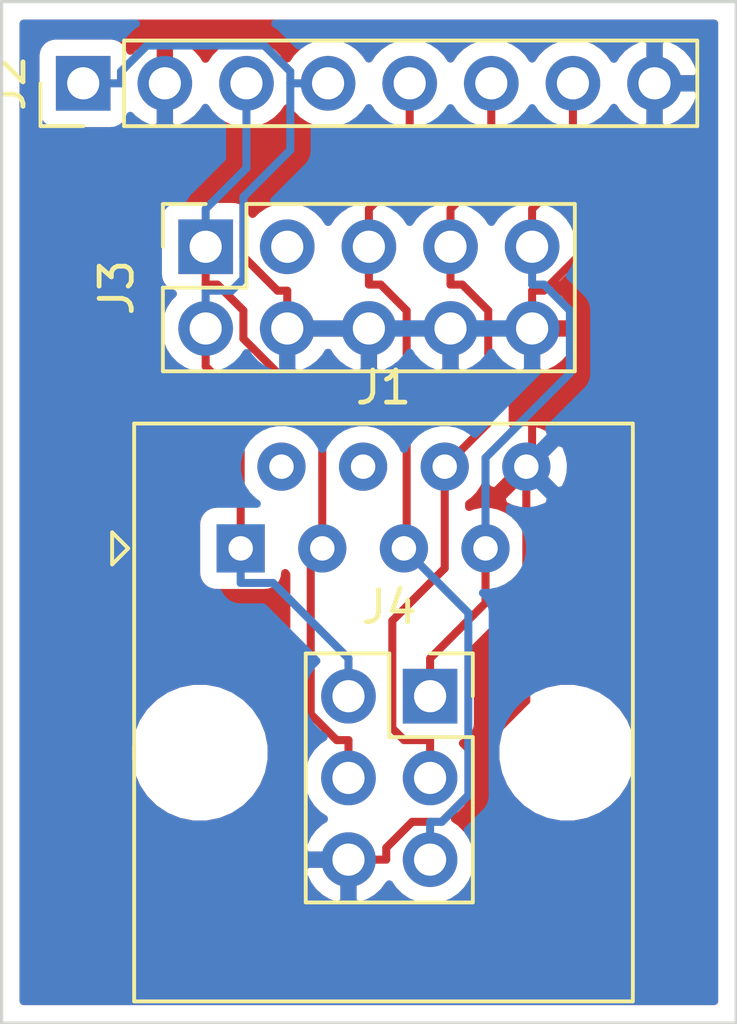
<source format=kicad_pcb>
(kicad_pcb (version 20171130) (host pcbnew "(5.1.10-1-10_14)")

  (general
    (thickness 1.6)
    (drawings 5)
    (tracks 96)
    (zones 0)
    (modules 4)
    (nets 11)
  )

  (page A4)
  (layers
    (0 F.Cu signal)
    (31 B.Cu signal)
    (32 B.Adhes user hide)
    (33 F.Adhes user hide)
    (34 B.Paste user hide)
    (35 F.Paste user hide)
    (36 B.SilkS user hide)
    (37 F.SilkS user hide)
    (38 B.Mask user hide)
    (39 F.Mask user hide)
    (40 Dwgs.User user hide)
    (41 Cmts.User user hide)
    (42 Eco1.User user hide)
    (43 Eco2.User user hide)
    (44 Edge.Cuts user)
    (45 Margin user hide)
    (46 B.CrtYd user hide)
    (47 F.CrtYd user hide)
    (48 B.Fab user hide)
    (49 F.Fab user)
  )

  (setup
    (last_trace_width 0.25)
    (trace_clearance 0.2)
    (zone_clearance 0.508)
    (zone_45_only no)
    (trace_min 0.2)
    (via_size 0.8)
    (via_drill 0.4)
    (via_min_size 0.4)
    (via_min_drill 0.3)
    (uvia_size 0.3)
    (uvia_drill 0.1)
    (uvias_allowed no)
    (uvia_min_size 0.2)
    (uvia_min_drill 0.1)
    (edge_width 0.05)
    (segment_width 0.2)
    (pcb_text_width 0.3)
    (pcb_text_size 1.5 1.5)
    (mod_edge_width 0.12)
    (mod_text_size 1 1)
    (mod_text_width 0.15)
    (pad_size 1.524 1.524)
    (pad_drill 0.762)
    (pad_to_mask_clearance 0)
    (aux_axis_origin 0 0)
    (visible_elements FFFFFF7F)
    (pcbplotparams
      (layerselection 0x010fc_ffffffff)
      (usegerberextensions false)
      (usegerberattributes true)
      (usegerberadvancedattributes true)
      (creategerberjobfile true)
      (excludeedgelayer true)
      (linewidth 0.100000)
      (plotframeref false)
      (viasonmask false)
      (mode 1)
      (useauxorigin false)
      (hpglpennumber 1)
      (hpglpenspeed 20)
      (hpglpendiameter 15.000000)
      (psnegative false)
      (psa4output false)
      (plotreference true)
      (plotvalue true)
      (plotinvisibletext false)
      (padsonsilk false)
      (subtractmaskfromsilk false)
      (outputformat 1)
      (mirror false)
      (drillshape 1)
      (scaleselection 1)
      (outputdirectory ""))
  )

  (net 0 "")
  (net 1 "Net-(J1-Pad8)")
  (net 2 "Net-(J1-Pad7)")
  (net 3 "Net-(J1-Pad6)")
  (net 4 "Net-(J1-Pad5)")
  (net 5 "Net-(J1-Pad4)")
  (net 6 "Net-(J1-Pad3)")
  (net 7 "Net-(J1-Pad2)")
  (net 8 "Net-(J1-Pad1)")
  (net 9 "Net-(J3-Pad10)")
  (net 10 "Net-(J3-Pad3)")

  (net_class Default "This is the default net class."
    (clearance 0.2)
    (trace_width 0.25)
    (via_dia 0.8)
    (via_drill 0.4)
    (uvia_dia 0.3)
    (uvia_drill 0.1)
    (add_net "Net-(J1-Pad1)")
    (add_net "Net-(J1-Pad2)")
    (add_net "Net-(J1-Pad3)")
    (add_net "Net-(J1-Pad4)")
    (add_net "Net-(J1-Pad5)")
    (add_net "Net-(J1-Pad6)")
    (add_net "Net-(J1-Pad7)")
    (add_net "Net-(J1-Pad8)")
    (add_net "Net-(J3-Pad3)")
  )

  (module Connector_PinSocket_2.54mm:PinSocket_2x03_P2.54mm_Vertical (layer F.Cu) (tedit 5A19A425) (tstamp 60DA23DC)
    (at 31.115 38.1)
    (descr "Through hole straight socket strip, 2x03, 2.54mm pitch, double cols (from Kicad 4.0.7), script generated")
    (tags "Through hole socket strip THT 2x03 2.54mm double row")
    (path /60D9171D)
    (fp_text reference J4 (at -1.27 -2.77) (layer F.SilkS)
      (effects (font (size 1 1) (thickness 0.15)))
    )
    (fp_text value CONN_03X2 (at -1.27 7.85) (layer F.Fab) hide
      (effects (font (size 1 1) (thickness 0.15)))
    )
    (fp_line (start -4.34 6.85) (end -4.34 -1.8) (layer F.CrtYd) (width 0.05))
    (fp_line (start 1.76 6.85) (end -4.34 6.85) (layer F.CrtYd) (width 0.05))
    (fp_line (start 1.76 -1.8) (end 1.76 6.85) (layer F.CrtYd) (width 0.05))
    (fp_line (start -4.34 -1.8) (end 1.76 -1.8) (layer F.CrtYd) (width 0.05))
    (fp_line (start 0 -1.33) (end 1.33 -1.33) (layer F.SilkS) (width 0.12))
    (fp_line (start 1.33 -1.33) (end 1.33 0) (layer F.SilkS) (width 0.12))
    (fp_line (start -1.27 -1.33) (end -1.27 1.27) (layer F.SilkS) (width 0.12))
    (fp_line (start -1.27 1.27) (end 1.33 1.27) (layer F.SilkS) (width 0.12))
    (fp_line (start 1.33 1.27) (end 1.33 6.41) (layer F.SilkS) (width 0.12))
    (fp_line (start -3.87 6.41) (end 1.33 6.41) (layer F.SilkS) (width 0.12))
    (fp_line (start -3.87 -1.33) (end -3.87 6.41) (layer F.SilkS) (width 0.12))
    (fp_line (start -3.87 -1.33) (end -1.27 -1.33) (layer F.SilkS) (width 0.12))
    (fp_line (start -3.81 6.35) (end -3.81 -1.27) (layer F.Fab) (width 0.1))
    (fp_line (start 1.27 6.35) (end -3.81 6.35) (layer F.Fab) (width 0.1))
    (fp_line (start 1.27 -0.27) (end 1.27 6.35) (layer F.Fab) (width 0.1))
    (fp_line (start 0.27 -1.27) (end 1.27 -0.27) (layer F.Fab) (width 0.1))
    (fp_line (start -3.81 -1.27) (end 0.27 -1.27) (layer F.Fab) (width 0.1))
    (fp_text user %R (at -1.27 2.54 90) (layer F.Fab)
      (effects (font (size 1 1) (thickness 0.15)))
    )
    (pad 6 thru_hole oval (at -2.54 5.08) (size 1.7 1.7) (drill 1) (layers *.Cu *.Mask)
      (net 1 "Net-(J1-Pad8)"))
    (pad 5 thru_hole oval (at 0 5.08) (size 1.7 1.7) (drill 1) (layers *.Cu *.Mask)
      (net 4 "Net-(J1-Pad5)"))
    (pad 4 thru_hole oval (at -2.54 2.54) (size 1.7 1.7) (drill 1) (layers *.Cu *.Mask)
      (net 6 "Net-(J1-Pad3)"))
    (pad 3 thru_hole oval (at 0 2.54) (size 1.7 1.7) (drill 1) (layers *.Cu *.Mask)
      (net 3 "Net-(J1-Pad6)"))
    (pad 2 thru_hole oval (at -2.54 0) (size 1.7 1.7) (drill 1) (layers *.Cu *.Mask)
      (net 8 "Net-(J1-Pad1)"))
    (pad 1 thru_hole rect (at 0 0) (size 1.7 1.7) (drill 1) (layers *.Cu *.Mask)
      (net 2 "Net-(J1-Pad7)"))
    (model ${KISYS3DMOD}/Connector_PinSocket_2.54mm.3dshapes/PinSocket_2x03_P2.54mm_Vertical.wrl
      (at (xyz 0 0 0))
      (scale (xyz 1 1 1))
      (rotate (xyz 0 0 0))
    )
  )

  (module Connector_PinSocket_2.54mm:PinSocket_2x05_P2.54mm_Vertical (layer F.Cu) (tedit 5A19A42B) (tstamp 60DA208A)
    (at 24.13 24.13 90)
    (descr "Through hole straight socket strip, 2x05, 2.54mm pitch, double cols (from Kicad 4.0.7), script generated")
    (tags "Through hole socket strip THT 2x05 2.54mm double row")
    (path /60E22126)
    (fp_text reference J3 (at -1.27 -2.77 90) (layer F.SilkS)
      (effects (font (size 1 1) (thickness 0.15)))
    )
    (fp_text value Conn_02x05_Top_Bottom (at -1.27 12.93 90) (layer F.Fab) hide
      (effects (font (size 1 1) (thickness 0.15)))
    )
    (fp_line (start -4.34 11.9) (end -4.34 -1.8) (layer F.CrtYd) (width 0.05))
    (fp_line (start 1.76 11.9) (end -4.34 11.9) (layer F.CrtYd) (width 0.05))
    (fp_line (start 1.76 -1.8) (end 1.76 11.9) (layer F.CrtYd) (width 0.05))
    (fp_line (start -4.34 -1.8) (end 1.76 -1.8) (layer F.CrtYd) (width 0.05))
    (fp_line (start 0 -1.33) (end 1.33 -1.33) (layer F.SilkS) (width 0.12))
    (fp_line (start 1.33 -1.33) (end 1.33 0) (layer F.SilkS) (width 0.12))
    (fp_line (start -1.27 -1.33) (end -1.27 1.27) (layer F.SilkS) (width 0.12))
    (fp_line (start -1.27 1.27) (end 1.33 1.27) (layer F.SilkS) (width 0.12))
    (fp_line (start 1.33 1.27) (end 1.33 11.49) (layer F.SilkS) (width 0.12))
    (fp_line (start -3.87 11.49) (end 1.33 11.49) (layer F.SilkS) (width 0.12))
    (fp_line (start -3.87 -1.33) (end -3.87 11.49) (layer F.SilkS) (width 0.12))
    (fp_line (start -3.87 -1.33) (end -1.27 -1.33) (layer F.SilkS) (width 0.12))
    (fp_line (start -3.81 11.43) (end -3.81 -1.27) (layer F.Fab) (width 0.1))
    (fp_line (start 1.27 11.43) (end -3.81 11.43) (layer F.Fab) (width 0.1))
    (fp_line (start 1.27 -0.27) (end 1.27 11.43) (layer F.Fab) (width 0.1))
    (fp_line (start 0.27 -1.27) (end 1.27 -0.27) (layer F.Fab) (width 0.1))
    (fp_line (start -3.81 -1.27) (end 0.27 -1.27) (layer F.Fab) (width 0.1))
    (fp_text user %R (at -1.27 5.08) (layer F.Fab)
      (effects (font (size 1 1) (thickness 0.15)))
    )
    (pad 10 thru_hole oval (at -2.54 10.16 90) (size 1.7 1.7) (drill 1) (layers *.Cu *.Mask)
      (net 1 "Net-(J1-Pad8)"))
    (pad 9 thru_hole oval (at 0 10.16 90) (size 1.7 1.7) (drill 1) (layers *.Cu *.Mask)
      (net 2 "Net-(J1-Pad7)"))
    (pad 8 thru_hole oval (at -2.54 7.62 90) (size 1.7 1.7) (drill 1) (layers *.Cu *.Mask)
      (net 1 "Net-(J1-Pad8)"))
    (pad 7 thru_hole oval (at 0 7.62 90) (size 1.7 1.7) (drill 1) (layers *.Cu *.Mask)
      (net 3 "Net-(J1-Pad6)"))
    (pad 6 thru_hole oval (at -2.54 5.08 90) (size 1.7 1.7) (drill 1) (layers *.Cu *.Mask)
      (net 1 "Net-(J1-Pad8)"))
    (pad 5 thru_hole oval (at 0 5.08 90) (size 1.7 1.7) (drill 1) (layers *.Cu *.Mask)
      (net 4 "Net-(J1-Pad5)"))
    (pad 4 thru_hole oval (at -2.54 2.54 90) (size 1.7 1.7) (drill 1) (layers *.Cu *.Mask)
      (net 1 "Net-(J1-Pad8)"))
    (pad 3 thru_hole oval (at 0 2.54 90) (size 1.7 1.7) (drill 1) (layers *.Cu *.Mask)
      (net 10 "Net-(J3-Pad3)"))
    (pad 2 thru_hole oval (at -2.54 0 90) (size 1.7 1.7) (drill 1) (layers *.Cu *.Mask)
      (net 8 "Net-(J1-Pad1)"))
    (pad 1 thru_hole rect (at 0 0 90) (size 1.7 1.7) (drill 1) (layers *.Cu *.Mask)
      (net 6 "Net-(J1-Pad3)"))
    (model ${KISYS3DMOD}/Connector_PinSocket_2.54mm.3dshapes/PinSocket_2x05_P2.54mm_Vertical.wrl
      (at (xyz 0 0 0))
      (scale (xyz 1 1 1))
      (rotate (xyz 0 0 0))
    )
  )

  (module Connector_PinHeader_2.54mm:PinHeader_1x08_P2.54mm_Vertical (layer F.Cu) (tedit 59FED5CC) (tstamp 60DA2336)
    (at 20.32 19.05 90)
    (descr "Through hole straight pin header, 1x08, 2.54mm pitch, single row")
    (tags "Through hole pin header THT 1x08 2.54mm single row")
    (path /60D86A71)
    (fp_text reference J2 (at 0 -2.33 90) (layer F.SilkS)
      (effects (font (size 1 1) (thickness 0.15)))
    )
    (fp_text value CONN_08BM08B-SRSS-TB (at 0 20.11 90) (layer F.Fab) hide
      (effects (font (size 1 1) (thickness 0.15)))
    )
    (fp_line (start 1.8 -1.8) (end -1.8 -1.8) (layer F.CrtYd) (width 0.05))
    (fp_line (start 1.8 19.55) (end 1.8 -1.8) (layer F.CrtYd) (width 0.05))
    (fp_line (start -1.8 19.55) (end 1.8 19.55) (layer F.CrtYd) (width 0.05))
    (fp_line (start -1.8 -1.8) (end -1.8 19.55) (layer F.CrtYd) (width 0.05))
    (fp_line (start -1.33 -1.33) (end 0 -1.33) (layer F.SilkS) (width 0.12))
    (fp_line (start -1.33 0) (end -1.33 -1.33) (layer F.SilkS) (width 0.12))
    (fp_line (start -1.33 1.27) (end 1.33 1.27) (layer F.SilkS) (width 0.12))
    (fp_line (start 1.33 1.27) (end 1.33 19.11) (layer F.SilkS) (width 0.12))
    (fp_line (start -1.33 1.27) (end -1.33 19.11) (layer F.SilkS) (width 0.12))
    (fp_line (start -1.33 19.11) (end 1.33 19.11) (layer F.SilkS) (width 0.12))
    (fp_line (start -1.27 -0.635) (end -0.635 -1.27) (layer F.Fab) (width 0.1))
    (fp_line (start -1.27 19.05) (end -1.27 -0.635) (layer F.Fab) (width 0.1))
    (fp_line (start 1.27 19.05) (end -1.27 19.05) (layer F.Fab) (width 0.1))
    (fp_line (start 1.27 -1.27) (end 1.27 19.05) (layer F.Fab) (width 0.1))
    (fp_line (start -0.635 -1.27) (end 1.27 -1.27) (layer F.Fab) (width 0.1))
    (fp_text user %R (at 0 8.89) (layer F.Fab)
      (effects (font (size 1 1) (thickness 0.15)))
    )
    (pad 8 thru_hole oval (at 0 17.78 90) (size 1.7 1.7) (drill 1) (layers *.Cu *.Mask)
      (net 1 "Net-(J1-Pad8)"))
    (pad 7 thru_hole oval (at 0 15.24 90) (size 1.7 1.7) (drill 1) (layers *.Cu *.Mask)
      (net 2 "Net-(J1-Pad7)"))
    (pad 6 thru_hole oval (at 0 12.7 90) (size 1.7 1.7) (drill 1) (layers *.Cu *.Mask)
      (net 3 "Net-(J1-Pad6)"))
    (pad 5 thru_hole oval (at 0 10.16 90) (size 1.7 1.7) (drill 1) (layers *.Cu *.Mask)
      (net 4 "Net-(J1-Pad5)"))
    (pad 4 thru_hole oval (at 0 7.62 90) (size 1.7 1.7) (drill 1) (layers *.Cu *.Mask)
      (net 8 "Net-(J1-Pad1)"))
    (pad 3 thru_hole oval (at 0 5.08 90) (size 1.7 1.7) (drill 1) (layers *.Cu *.Mask)
      (net 6 "Net-(J1-Pad3)"))
    (pad 2 thru_hole oval (at 0 2.54 90) (size 1.7 1.7) (drill 1) (layers *.Cu *.Mask)
      (net 1 "Net-(J1-Pad8)"))
    (pad 1 thru_hole rect (at 0 0 90) (size 1.7 1.7) (drill 1) (layers *.Cu *.Mask)
      (net 8 "Net-(J1-Pad1)"))
    (model ${KISYS3DMOD}/Connector_PinHeader_2.54mm.3dshapes/PinHeader_1x08_P2.54mm_Vertical.wrl
      (at (xyz 0 0 0))
      (scale (xyz 1 1 1))
      (rotate (xyz 0 0 0))
    )
  )

  (module Connector_RJ:RJ45_Amphenol_54602-x08_Horizontal (layer F.Cu) (tedit 5B103613) (tstamp 60DA29FB)
    (at 25.22 33.505)
    (descr "8 Pol Shallow Latch Connector, Modjack, RJ45 (https://cdn.amphenol-icc.com/media/wysiwyg/files/drawing/c-bmj-0102.pdf)")
    (tags RJ45)
    (path /60D61FD8)
    (fp_text reference J1 (at 4.445 -5) (layer F.SilkS)
      (effects (font (size 1 1) (thickness 0.15)))
    )
    (fp_text value RJ45-8 (at 4.445 4) (layer F.Fab)
      (effects (font (size 1 1) (thickness 0.15)))
    )
    (fp_line (start 12.6 14.47) (end -3.71 14.47) (layer F.CrtYd) (width 0.05))
    (fp_line (start 12.6 14.47) (end 12.6 -4.27) (layer F.CrtYd) (width 0.05))
    (fp_line (start -3.71 -4.27) (end -3.71 14.47) (layer F.CrtYd) (width 0.05))
    (fp_line (start -3.71 -4.27) (end 12.6 -4.27) (layer F.CrtYd) (width 0.05))
    (fp_line (start -3.315 -3.88) (end -3.315 14.08) (layer F.SilkS) (width 0.12))
    (fp_line (start 12.205 -3.88) (end -3.315 -3.88) (layer F.SilkS) (width 0.12))
    (fp_line (start 12.205 -3.88) (end 12.205 14.08) (layer F.SilkS) (width 0.12))
    (fp_line (start -3.315 14.08) (end 12.205 14.08) (layer F.SilkS) (width 0.12))
    (fp_line (start -3.205 -2.77) (end -2.205 -3.77) (layer F.Fab) (width 0.12))
    (fp_line (start -2.205 -3.77) (end 12.095 -3.77) (layer F.Fab) (width 0.12))
    (fp_line (start 12.095 -3.77) (end 12.095 13.97) (layer F.Fab) (width 0.12))
    (fp_line (start 12.095 13.97) (end -3.205 13.97) (layer F.Fab) (width 0.12))
    (fp_line (start -3.205 13.97) (end -3.205 -2.77) (layer F.Fab) (width 0.12))
    (fp_line (start -3.5 0) (end -4 -0.5) (layer F.SilkS) (width 0.12))
    (fp_line (start -4 -0.5) (end -4 0.5) (layer F.SilkS) (width 0.12))
    (fp_line (start -4 0.5) (end -3.5 0) (layer F.SilkS) (width 0.12))
    (fp_text user %R (at 4.445 2) (layer F.Fab)
      (effects (font (size 1 1) (thickness 0.15)))
    )
    (pad 8 thru_hole circle (at 8.89 -2.54) (size 1.5 1.5) (drill 0.76) (layers *.Cu *.Mask)
      (net 1 "Net-(J1-Pad8)"))
    (pad 7 thru_hole circle (at 7.62 0) (size 1.5 1.5) (drill 0.76) (layers *.Cu *.Mask)
      (net 2 "Net-(J1-Pad7)"))
    (pad 6 thru_hole circle (at 6.35 -2.54) (size 1.5 1.5) (drill 0.76) (layers *.Cu *.Mask)
      (net 3 "Net-(J1-Pad6)"))
    (pad 5 thru_hole circle (at 5.08 0) (size 1.5 1.5) (drill 0.76) (layers *.Cu *.Mask)
      (net 4 "Net-(J1-Pad5)"))
    (pad 4 thru_hole circle (at 3.81 -2.54) (size 1.5 1.5) (drill 0.76) (layers *.Cu *.Mask)
      (net 5 "Net-(J1-Pad4)"))
    (pad 3 thru_hole circle (at 2.54 0) (size 1.5 1.5) (drill 0.76) (layers *.Cu *.Mask)
      (net 6 "Net-(J1-Pad3)"))
    (pad 2 thru_hole circle (at 1.27 -2.54) (size 1.5 1.5) (drill 0.76) (layers *.Cu *.Mask)
      (net 7 "Net-(J1-Pad2)"))
    (pad 1 thru_hole rect (at 0 0) (size 1.5 1.5) (drill 0.76) (layers *.Cu *.Mask)
      (net 8 "Net-(J1-Pad1)"))
    (pad "" np_thru_hole circle (at -1.27 6.35) (size 3.2 3.2) (drill 3.2) (layers *.Cu *.Mask))
    (pad "" np_thru_hole circle (at 10.16 6.35) (size 3.2 3.2) (drill 3.2) (layers *.Cu *.Mask))
    (model ${KISYS3DMOD}/Connector_RJ.3dshapes/RJ45_Amphenol_54602-x08_Horizontal.wrl
      (at (xyz 0 0 0))
      (scale (xyz 1 1 1))
      (rotate (xyz 0 0 0))
    )
  )

  (gr_text "1 VCC\n2 N/C\n3 MOSI\n4 N/C\n5 RESET\n6 SCK\n7 MISO\n8 GND" (at 18.415 25.4) (layer F.Fab)
    (effects (font (size 0.7 0.7) (thickness 0.075)) (justify left))
  )
  (gr_line (start 40.64 16.51) (end 40.64 48.26) (layer Edge.Cuts) (width 0.1))
  (gr_line (start 17.78 16.51) (end 40.64 16.51) (layer Edge.Cuts) (width 0.1))
  (gr_line (start 17.78 48.26) (end 17.78 16.51) (layer Edge.Cuts) (width 0.1))
  (gr_line (start 40.64 48.26) (end 17.78 48.26) (layer Edge.Cuts) (width 0.1))

  (segment (start 22.86 19.05) (end 22.86 20.2253) (width 0.25) (layer F.Cu) (net 1))
  (segment (start 26.67 26.67) (end 26.67 25.4947) (width 0.25) (layer F.Cu) (net 1))
  (segment (start 26.67 25.4947) (end 26.3671 25.4947) (width 0.25) (layer F.Cu) (net 1))
  (segment (start 26.3671 25.4947) (end 25.3054 24.433) (width 0.25) (layer F.Cu) (net 1))
  (segment (start 25.3054 24.433) (end 25.3054 22.6707) (width 0.25) (layer F.Cu) (net 1))
  (segment (start 25.3054 22.6707) (end 22.86 20.2253) (width 0.25) (layer F.Cu) (net 1))
  (segment (start 34.11 30.965) (end 34.11 38.24) (width 0.25) (layer F.Cu) (net 1))
  (segment (start 34.11 38.24) (end 32.3447 40.0053) (width 0.25) (layer F.Cu) (net 1))
  (segment (start 32.3447 40.0053) (end 32.3447 41.1384) (width 0.25) (layer F.Cu) (net 1))
  (segment (start 32.3447 41.1384) (end 31.4784 42.0047) (width 0.25) (layer F.Cu) (net 1))
  (segment (start 31.4784 42.0047) (end 30.5582 42.0047) (width 0.25) (layer F.Cu) (net 1))
  (segment (start 30.5582 42.0047) (end 29.7503 42.8126) (width 0.25) (layer F.Cu) (net 1))
  (segment (start 29.7503 42.8126) (end 29.7503 43.18) (width 0.25) (layer F.Cu) (net 1))
  (segment (start 34.29 26.67) (end 34.29 30.785) (width 0.25) (layer F.Cu) (net 1))
  (segment (start 34.29 30.785) (end 34.11 30.965) (width 0.25) (layer F.Cu) (net 1))
  (segment (start 28.575 43.18) (end 29.7503 43.18) (width 0.25) (layer F.Cu) (net 1))
  (segment (start 31.75 26.67) (end 34.29 26.67) (width 0.25) (layer B.Cu) (net 1))
  (segment (start 29.21 26.67) (end 31.75 26.67) (width 0.25) (layer B.Cu) (net 1))
  (segment (start 26.67 26.67) (end 29.21 26.67) (width 0.25) (layer B.Cu) (net 1))
  (segment (start 34.29 26.67) (end 34.29 25.4947) (width 0.25) (layer F.Cu) (net 1))
  (segment (start 38.1 19.05) (end 38.1 22.052) (width 0.25) (layer F.Cu) (net 1))
  (segment (start 38.1 22.052) (end 34.6573 25.4947) (width 0.25) (layer F.Cu) (net 1))
  (segment (start 34.6573 25.4947) (end 34.29 25.4947) (width 0.25) (layer F.Cu) (net 1))
  (segment (start 34.29 24.13) (end 34.29 25.3053) (width 0.25) (layer B.Cu) (net 2))
  (segment (start 32.84 33.505) (end 32.84 30.6886) (width 0.25) (layer B.Cu) (net 2))
  (segment (start 32.84 30.6886) (end 35.4653 28.0633) (width 0.25) (layer B.Cu) (net 2))
  (segment (start 35.4653 28.0633) (end 35.4653 26.1132) (width 0.25) (layer B.Cu) (net 2))
  (segment (start 35.4653 26.1132) (end 34.6574 25.3053) (width 0.25) (layer B.Cu) (net 2))
  (segment (start 34.6574 25.3053) (end 34.29 25.3053) (width 0.25) (layer B.Cu) (net 2))
  (segment (start 34.29 24.13) (end 34.29 22.9547) (width 0.25) (layer F.Cu) (net 2))
  (segment (start 35.56 19.05) (end 35.56 21.6847) (width 0.25) (layer F.Cu) (net 2))
  (segment (start 35.56 21.6847) (end 34.29 22.9547) (width 0.25) (layer F.Cu) (net 2))
  (segment (start 31.115 38.1) (end 31.115 36.9247) (width 0.25) (layer F.Cu) (net 2))
  (segment (start 32.84 33.505) (end 32.84 35.1997) (width 0.25) (layer F.Cu) (net 2))
  (segment (start 32.84 35.1997) (end 31.115 36.9247) (width 0.25) (layer F.Cu) (net 2))
  (segment (start 31.57 30.965) (end 31.57 34.1221) (width 0.25) (layer F.Cu) (net 3))
  (segment (start 31.57 34.1221) (end 29.9397 35.7524) (width 0.25) (layer F.Cu) (net 3))
  (segment (start 29.9397 35.7524) (end 29.9397 39.0975) (width 0.25) (layer F.Cu) (net 3))
  (segment (start 29.9397 39.0975) (end 30.3069 39.4647) (width 0.25) (layer F.Cu) (net 3))
  (segment (start 30.3069 39.4647) (end 31.115 39.4647) (width 0.25) (layer F.Cu) (net 3))
  (segment (start 31.75 25.3053) (end 32.1174 25.3053) (width 0.25) (layer F.Cu) (net 3))
  (segment (start 32.1174 25.3053) (end 32.9253 26.1132) (width 0.25) (layer F.Cu) (net 3))
  (segment (start 32.9253 26.1132) (end 32.9253 29.6097) (width 0.25) (layer F.Cu) (net 3))
  (segment (start 32.9253 29.6097) (end 31.57 30.965) (width 0.25) (layer F.Cu) (net 3))
  (segment (start 31.115 40.64) (end 31.115 39.4647) (width 0.25) (layer F.Cu) (net 3))
  (segment (start 31.75 24.13) (end 31.75 22.9547) (width 0.25) (layer F.Cu) (net 3))
  (segment (start 33.02 19.05) (end 33.02 21.6847) (width 0.25) (layer F.Cu) (net 3))
  (segment (start 33.02 21.6847) (end 31.75 22.9547) (width 0.25) (layer F.Cu) (net 3))
  (segment (start 31.75 24.13) (end 31.75 25.3053) (width 0.25) (layer F.Cu) (net 3))
  (segment (start 31.115 43.18) (end 31.115 42.0047) (width 0.25) (layer B.Cu) (net 4))
  (segment (start 30.3 33.505) (end 32.3052 35.5102) (width 0.25) (layer B.Cu) (net 4))
  (segment (start 32.3052 35.5102) (end 32.3052 41.1798) (width 0.25) (layer B.Cu) (net 4))
  (segment (start 32.3052 41.1798) (end 31.4803 42.0047) (width 0.25) (layer B.Cu) (net 4))
  (segment (start 31.4803 42.0047) (end 31.115 42.0047) (width 0.25) (layer B.Cu) (net 4))
  (segment (start 29.21 24.13) (end 29.21 22.9547) (width 0.25) (layer F.Cu) (net 4))
  (segment (start 30.48 19.05) (end 30.48 21.6847) (width 0.25) (layer F.Cu) (net 4))
  (segment (start 30.48 21.6847) (end 29.21 22.9547) (width 0.25) (layer F.Cu) (net 4))
  (segment (start 29.21 24.13) (end 29.21 25.3053) (width 0.25) (layer F.Cu) (net 4))
  (segment (start 30.3 33.505) (end 30.3853 33.4197) (width 0.25) (layer F.Cu) (net 4))
  (segment (start 30.3853 33.4197) (end 30.3853 26.1132) (width 0.25) (layer F.Cu) (net 4))
  (segment (start 30.3853 26.1132) (end 29.5774 25.3053) (width 0.25) (layer F.Cu) (net 4))
  (segment (start 29.5774 25.3053) (end 29.21 25.3053) (width 0.25) (layer F.Cu) (net 4))
  (segment (start 24.13 24.13) (end 24.13 25.3053) (width 0.25) (layer F.Cu) (net 6))
  (segment (start 24.13 25.3053) (end 24.4974 25.3053) (width 0.25) (layer F.Cu) (net 6))
  (segment (start 24.4974 25.3053) (end 25.3053 26.1132) (width 0.25) (layer F.Cu) (net 6))
  (segment (start 25.3053 26.1132) (end 25.3053 26.9876) (width 0.25) (layer F.Cu) (net 6))
  (segment (start 25.3053 26.9876) (end 27.76 29.4423) (width 0.25) (layer F.Cu) (net 6))
  (segment (start 27.76 29.4423) (end 27.76 33.505) (width 0.25) (layer F.Cu) (net 6))
  (segment (start 24.13 24.13) (end 24.13 22.9547) (width 0.25) (layer B.Cu) (net 6))
  (segment (start 25.4 19.05) (end 25.4 21.6847) (width 0.25) (layer B.Cu) (net 6))
  (segment (start 25.4 21.6847) (end 24.13 22.9547) (width 0.25) (layer B.Cu) (net 6))
  (segment (start 28.575 40.64) (end 28.575 39.4647) (width 0.25) (layer F.Cu) (net 6))
  (segment (start 27.76 33.505) (end 27.3997 33.8653) (width 0.25) (layer F.Cu) (net 6))
  (segment (start 27.3997 33.8653) (end 27.3997 38.6568) (width 0.25) (layer F.Cu) (net 6))
  (segment (start 27.3997 38.6568) (end 28.2076 39.4647) (width 0.25) (layer F.Cu) (net 6))
  (segment (start 28.2076 39.4647) (end 28.575 39.4647) (width 0.25) (layer F.Cu) (net 6))
  (segment (start 24.13 26.67) (end 24.13 25.4947) (width 0.25) (layer B.Cu) (net 8))
  (segment (start 24.13 25.4947) (end 24.9381 25.4947) (width 0.25) (layer B.Cu) (net 8))
  (segment (start 24.9381 25.4947) (end 25.3053 25.1275) (width 0.25) (layer B.Cu) (net 8))
  (segment (start 25.3053 25.1275) (end 25.3053 22.5818) (width 0.25) (layer B.Cu) (net 8))
  (segment (start 25.3053 22.5818) (end 26.7647 21.1224) (width 0.25) (layer B.Cu) (net 8))
  (segment (start 26.7647 21.1224) (end 26.7647 19.05) (width 0.25) (layer B.Cu) (net 8))
  (segment (start 25.22 33.505) (end 25.22 34.5803) (width 0.25) (layer B.Cu) (net 8))
  (segment (start 28.575 38.1) (end 28.575 36.9247) (width 0.25) (layer B.Cu) (net 8))
  (segment (start 25.22 34.5803) (end 26.2306 34.5803) (width 0.25) (layer B.Cu) (net 8))
  (segment (start 26.2306 34.5803) (end 28.575 36.9247) (width 0.25) (layer B.Cu) (net 8))
  (segment (start 27.94 19.05) (end 26.7647 19.05) (width 0.25) (layer B.Cu) (net 8))
  (segment (start 20.32 19.05) (end 21.4953 19.05) (width 0.25) (layer B.Cu) (net 8))
  (segment (start 21.4953 19.05) (end 21.4953 18.6827) (width 0.25) (layer B.Cu) (net 8))
  (segment (start 21.4953 18.6827) (end 22.3033 17.8747) (width 0.25) (layer B.Cu) (net 8))
  (segment (start 22.3033 17.8747) (end 25.9568 17.8747) (width 0.25) (layer B.Cu) (net 8))
  (segment (start 25.9568 17.8747) (end 26.7647 18.6826) (width 0.25) (layer B.Cu) (net 8))
  (segment (start 26.7647 18.6826) (end 26.7647 19.05) (width 0.25) (layer B.Cu) (net 8))
  (segment (start 24.13 26.67) (end 24.13 27.8453) (width 0.25) (layer F.Cu) (net 8))
  (segment (start 25.22 33.505) (end 25.22 28.9353) (width 0.25) (layer F.Cu) (net 8))
  (segment (start 25.22 28.9353) (end 24.13 27.8453) (width 0.25) (layer F.Cu) (net 8))

  (zone (net 9) (net_name "Net-(J3-Pad10)") (layer F.Cu) (tstamp 60D944EB) (hatch edge 0.508)
    (connect_pads (clearance 0.508))
    (min_thickness 0.254)
    (fill yes (arc_segments 32) (thermal_gap 0.508) (thermal_bridge_width 0.508))
    (polygon
      (pts
        (xy 40.64 48.26) (xy 17.78 48.26) (xy 17.78 16.51) (xy 40.64 16.51)
      )
    )
  )
  (zone (net 9) (net_name "Net-(J3-Pad10)") (layer B.Cu) (tstamp 60D944E8) (hatch edge 0.508)
    (connect_pads (clearance 0.508))
    (min_thickness 0.254)
    (fill yes (arc_segments 32) (thermal_gap 0.508) (thermal_bridge_width 0.508))
    (polygon
      (pts
        (xy 40.64 48.26) (xy 17.78 48.26) (xy 17.78 16.51) (xy 40.64 16.51)
      )
    )
  )
  (zone (net 1) (net_name "Net-(J1-Pad8)") (layer F.Cu) (tstamp 60D944E5) (hatch edge 0.508)
    (connect_pads (clearance 0.508))
    (min_thickness 0.254)
    (fill yes (arc_segments 32) (thermal_gap 0.508) (thermal_bridge_width 0.508))
    (polygon
      (pts
        (xy 40.64 48.26) (xy 17.78 48.26) (xy 17.78 16.51) (xy 40.64 16.51)
      )
    )
    (filled_polygon
      (pts
        (xy 39.955001 47.575) (xy 18.465 47.575) (xy 18.465 43.53689) (xy 27.133524 43.53689) (xy 27.178175 43.684099)
        (xy 27.303359 43.94692) (xy 27.477412 44.180269) (xy 27.693645 44.375178) (xy 27.943748 44.524157) (xy 28.218109 44.621481)
        (xy 28.448 44.500814) (xy 28.448 43.307) (xy 27.254845 43.307) (xy 27.133524 43.53689) (xy 18.465 43.53689)
        (xy 18.465 39.634872) (xy 21.715 39.634872) (xy 21.715 40.075128) (xy 21.80089 40.506925) (xy 21.969369 40.913669)
        (xy 22.213962 41.279729) (xy 22.525271 41.591038) (xy 22.891331 41.835631) (xy 23.298075 42.00411) (xy 23.729872 42.09)
        (xy 24.170128 42.09) (xy 24.601925 42.00411) (xy 25.008669 41.835631) (xy 25.374729 41.591038) (xy 25.686038 41.279729)
        (xy 25.930631 40.913669) (xy 26.09911 40.506925) (xy 26.185 40.075128) (xy 26.185 39.634872) (xy 26.09911 39.203075)
        (xy 25.930631 38.796331) (xy 25.686038 38.430271) (xy 25.374729 38.118962) (xy 25.008669 37.874369) (xy 24.601925 37.70589)
        (xy 24.170128 37.62) (xy 23.729872 37.62) (xy 23.298075 37.70589) (xy 22.891331 37.874369) (xy 22.525271 38.118962)
        (xy 22.213962 38.430271) (xy 21.969369 38.796331) (xy 21.80089 39.203075) (xy 21.715 39.634872) (xy 18.465 39.634872)
        (xy 18.465 23.28) (xy 22.641928 23.28) (xy 22.641928 24.98) (xy 22.654188 25.104482) (xy 22.690498 25.22418)
        (xy 22.749463 25.334494) (xy 22.828815 25.431185) (xy 22.925506 25.510537) (xy 23.03582 25.569502) (xy 23.10838 25.591513)
        (xy 22.976525 25.723368) (xy 22.81401 25.966589) (xy 22.702068 26.236842) (xy 22.645 26.52374) (xy 22.645 26.81626)
        (xy 22.702068 27.103158) (xy 22.81401 27.373411) (xy 22.976525 27.616632) (xy 23.183368 27.823475) (xy 23.376912 27.952797)
        (xy 23.380998 27.994285) (xy 23.424454 28.137546) (xy 23.495026 28.269576) (xy 23.566201 28.356302) (xy 23.59 28.385301)
        (xy 23.618998 28.409099) (xy 24.460001 29.250103) (xy 24.46 32.117913) (xy 24.345518 32.129188) (xy 24.22582 32.165498)
        (xy 24.115506 32.224463) (xy 24.018815 32.303815) (xy 23.939463 32.400506) (xy 23.880498 32.51082) (xy 23.844188 32.630518)
        (xy 23.831928 32.755) (xy 23.831928 34.255) (xy 23.844188 34.379482) (xy 23.880498 34.49918) (xy 23.939463 34.609494)
        (xy 24.018815 34.706185) (xy 24.115506 34.785537) (xy 24.22582 34.844502) (xy 24.345518 34.880812) (xy 24.47 34.893072)
        (xy 25.97 34.893072) (xy 26.094482 34.880812) (xy 26.21418 34.844502) (xy 26.324494 34.785537) (xy 26.421185 34.706185)
        (xy 26.500537 34.609494) (xy 26.559502 34.49918) (xy 26.595812 34.379482) (xy 26.606445 34.271517) (xy 26.6397 34.321286)
        (xy 26.639701 38.619468) (xy 26.636024 38.6568) (xy 26.650698 38.805785) (xy 26.694154 38.949046) (xy 26.764726 39.081076)
        (xy 26.808844 39.134833) (xy 26.8597 39.196801) (xy 26.888698 39.220599) (xy 27.397469 39.729371) (xy 27.25901 39.936589)
        (xy 27.147068 40.206842) (xy 27.09 40.49374) (xy 27.09 40.78626) (xy 27.147068 41.073158) (xy 27.25901 41.343411)
        (xy 27.421525 41.586632) (xy 27.628368 41.793475) (xy 27.810534 41.915195) (xy 27.693645 41.984822) (xy 27.477412 42.179731)
        (xy 27.303359 42.41308) (xy 27.178175 42.675901) (xy 27.133524 42.82311) (xy 27.254845 43.053) (xy 28.448 43.053)
        (xy 28.448 43.033) (xy 28.702 43.033) (xy 28.702 43.053) (xy 28.722 43.053) (xy 28.722 43.307)
        (xy 28.702 43.307) (xy 28.702 44.500814) (xy 28.931891 44.621481) (xy 29.206252 44.524157) (xy 29.456355 44.375178)
        (xy 29.672588 44.180269) (xy 29.8439 43.950594) (xy 29.961525 44.126632) (xy 30.168368 44.333475) (xy 30.411589 44.49599)
        (xy 30.681842 44.607932) (xy 30.96874 44.665) (xy 31.26126 44.665) (xy 31.548158 44.607932) (xy 31.818411 44.49599)
        (xy 32.061632 44.333475) (xy 32.268475 44.126632) (xy 32.43099 43.883411) (xy 32.542932 43.613158) (xy 32.6 43.32626)
        (xy 32.6 43.03374) (xy 32.542932 42.746842) (xy 32.43099 42.476589) (xy 32.268475 42.233368) (xy 32.061632 42.026525)
        (xy 31.88724 41.91) (xy 32.061632 41.793475) (xy 32.268475 41.586632) (xy 32.43099 41.343411) (xy 32.542932 41.073158)
        (xy 32.6 40.78626) (xy 32.6 40.49374) (xy 32.542932 40.206842) (xy 32.43099 39.936589) (xy 32.268475 39.693368)
        (xy 32.209979 39.634872) (xy 33.145 39.634872) (xy 33.145 40.075128) (xy 33.23089 40.506925) (xy 33.399369 40.913669)
        (xy 33.643962 41.279729) (xy 33.955271 41.591038) (xy 34.321331 41.835631) (xy 34.728075 42.00411) (xy 35.159872 42.09)
        (xy 35.600128 42.09) (xy 36.031925 42.00411) (xy 36.438669 41.835631) (xy 36.804729 41.591038) (xy 37.116038 41.279729)
        (xy 37.360631 40.913669) (xy 37.52911 40.506925) (xy 37.615 40.075128) (xy 37.615 39.634872) (xy 37.52911 39.203075)
        (xy 37.360631 38.796331) (xy 37.116038 38.430271) (xy 36.804729 38.118962) (xy 36.438669 37.874369) (xy 36.031925 37.70589)
        (xy 35.600128 37.62) (xy 35.159872 37.62) (xy 34.728075 37.70589) (xy 34.321331 37.874369) (xy 33.955271 38.118962)
        (xy 33.643962 38.430271) (xy 33.399369 38.796331) (xy 33.23089 39.203075) (xy 33.145 39.634872) (xy 32.209979 39.634872)
        (xy 32.13662 39.561513) (xy 32.20918 39.539502) (xy 32.319494 39.480537) (xy 32.416185 39.401185) (xy 32.495537 39.304494)
        (xy 32.554502 39.19418) (xy 32.590812 39.074482) (xy 32.603072 38.95) (xy 32.603072 37.25) (xy 32.590812 37.125518)
        (xy 32.554502 37.00582) (xy 32.495537 36.895506) (xy 32.416185 36.798815) (xy 32.360987 36.753515) (xy 33.351008 35.763495)
        (xy 33.380001 35.739701) (xy 33.403795 35.710708) (xy 33.403799 35.710704) (xy 33.474973 35.623977) (xy 33.485964 35.603415)
        (xy 33.545546 35.491947) (xy 33.589003 35.348686) (xy 33.6 35.237033) (xy 33.6 35.237024) (xy 33.603676 35.199701)
        (xy 33.6 35.162378) (xy 33.6 34.662909) (xy 33.722886 34.580799) (xy 33.915799 34.387886) (xy 34.067371 34.161043)
        (xy 34.171775 33.908989) (xy 34.225 33.641411) (xy 34.225 33.368589) (xy 34.171775 33.101011) (xy 34.067371 32.848957)
        (xy 33.915799 32.622114) (xy 33.722886 32.429201) (xy 33.496043 32.277629) (xy 33.243989 32.173225) (xy 32.976411 32.12)
        (xy 32.703589 32.12) (xy 32.436011 32.173225) (xy 32.33 32.217136) (xy 32.33 32.122909) (xy 32.452886 32.040799)
        (xy 32.571692 31.921993) (xy 33.332612 31.921993) (xy 33.398137 32.16086) (xy 33.645116 32.27676) (xy 33.90996 32.34225)
        (xy 34.182492 32.354812) (xy 34.452238 32.313965) (xy 34.708832 32.221277) (xy 34.821863 32.16086) (xy 34.887388 31.921993)
        (xy 34.11 31.144605) (xy 33.332612 31.921993) (xy 32.571692 31.921993) (xy 32.645799 31.847886) (xy 32.797371 31.621043)
        (xy 32.838511 31.521721) (xy 32.853723 31.563832) (xy 32.91414 31.676863) (xy 33.153007 31.742388) (xy 33.930395 30.965)
        (xy 34.289605 30.965) (xy 35.066993 31.742388) (xy 35.30586 31.676863) (xy 35.42176 31.429884) (xy 35.48725 31.16504)
        (xy 35.499812 30.892508) (xy 35.458965 30.622762) (xy 35.366277 30.366168) (xy 35.30586 30.253137) (xy 35.066993 30.187612)
        (xy 34.289605 30.965) (xy 33.930395 30.965) (xy 33.916253 30.950858) (xy 34.095858 30.771253) (xy 34.11 30.785395)
        (xy 34.887388 30.008007) (xy 34.821863 29.76914) (xy 34.574884 29.65324) (xy 34.31004 29.58775) (xy 34.037508 29.575188)
        (xy 33.767762 29.616035) (xy 33.685423 29.645778) (xy 33.688976 29.6097) (xy 33.6853 29.572375) (xy 33.6853 28.018908)
        (xy 33.785901 28.066825) (xy 33.93311 28.111476) (xy 34.163 27.990155) (xy 34.163 26.797) (xy 34.417 26.797)
        (xy 34.417 27.990155) (xy 34.64689 28.111476) (xy 34.794099 28.066825) (xy 35.05692 27.941641) (xy 35.290269 27.767588)
        (xy 35.485178 27.551355) (xy 35.634157 27.301252) (xy 35.731481 27.026891) (xy 35.610814 26.797) (xy 34.417 26.797)
        (xy 34.163 26.797) (xy 34.143 26.797) (xy 34.143 26.543) (xy 34.163 26.543) (xy 34.163 26.523)
        (xy 34.417 26.523) (xy 34.417 26.543) (xy 35.610814 26.543) (xy 35.731481 26.313109) (xy 35.634157 26.038748)
        (xy 35.485178 25.788645) (xy 35.290269 25.572412) (xy 35.060594 25.4011) (xy 35.236632 25.283475) (xy 35.443475 25.076632)
        (xy 35.60599 24.833411) (xy 35.717932 24.563158) (xy 35.775 24.27626) (xy 35.775 23.98374) (xy 35.717932 23.696842)
        (xy 35.60599 23.426589) (xy 35.443475 23.183368) (xy 35.289804 23.029697) (xy 36.071003 22.248499) (xy 36.100001 22.224701)
        (xy 36.194974 22.108976) (xy 36.265546 21.976947) (xy 36.309003 21.833686) (xy 36.32 21.722033) (xy 36.32 21.722024)
        (xy 36.323676 21.684701) (xy 36.32 21.647378) (xy 36.32 20.328178) (xy 36.506632 20.203475) (xy 36.713475 19.996632)
        (xy 36.835195 19.814466) (xy 36.904822 19.931355) (xy 37.099731 20.147588) (xy 37.33308 20.321641) (xy 37.595901 20.446825)
        (xy 37.74311 20.491476) (xy 37.973 20.370155) (xy 37.973 19.177) (xy 38.227 19.177) (xy 38.227 20.370155)
        (xy 38.45689 20.491476) (xy 38.604099 20.446825) (xy 38.86692 20.321641) (xy 39.100269 20.147588) (xy 39.295178 19.931355)
        (xy 39.444157 19.681252) (xy 39.541481 19.406891) (xy 39.420814 19.177) (xy 38.227 19.177) (xy 37.973 19.177)
        (xy 37.953 19.177) (xy 37.953 18.923) (xy 37.973 18.923) (xy 37.973 17.729845) (xy 38.227 17.729845)
        (xy 38.227 18.923) (xy 39.420814 18.923) (xy 39.541481 18.693109) (xy 39.444157 18.418748) (xy 39.295178 18.168645)
        (xy 39.100269 17.952412) (xy 38.86692 17.778359) (xy 38.604099 17.653175) (xy 38.45689 17.608524) (xy 38.227 17.729845)
        (xy 37.973 17.729845) (xy 37.74311 17.608524) (xy 37.595901 17.653175) (xy 37.33308 17.778359) (xy 37.099731 17.952412)
        (xy 36.904822 18.168645) (xy 36.835195 18.285534) (xy 36.713475 18.103368) (xy 36.506632 17.896525) (xy 36.263411 17.73401)
        (xy 35.993158 17.622068) (xy 35.70626 17.565) (xy 35.41374 17.565) (xy 35.126842 17.622068) (xy 34.856589 17.73401)
        (xy 34.613368 17.896525) (xy 34.406525 18.103368) (xy 34.29 18.27776) (xy 34.173475 18.103368) (xy 33.966632 17.896525)
        (xy 33.723411 17.73401) (xy 33.453158 17.622068) (xy 33.16626 17.565) (xy 32.87374 17.565) (xy 32.586842 17.622068)
        (xy 32.316589 17.73401) (xy 32.073368 17.896525) (xy 31.866525 18.103368) (xy 31.75 18.27776) (xy 31.633475 18.103368)
        (xy 31.426632 17.896525) (xy 31.183411 17.73401) (xy 30.913158 17.622068) (xy 30.62626 17.565) (xy 30.33374 17.565)
        (xy 30.046842 17.622068) (xy 29.776589 17.73401) (xy 29.533368 17.896525) (xy 29.326525 18.103368) (xy 29.21 18.27776)
        (xy 29.093475 18.103368) (xy 28.886632 17.896525) (xy 28.643411 17.73401) (xy 28.373158 17.622068) (xy 28.08626 17.565)
        (xy 27.79374 17.565) (xy 27.506842 17.622068) (xy 27.236589 17.73401) (xy 26.993368 17.896525) (xy 26.786525 18.103368)
        (xy 26.67 18.27776) (xy 26.553475 18.103368) (xy 26.346632 17.896525) (xy 26.103411 17.73401) (xy 25.833158 17.622068)
        (xy 25.54626 17.565) (xy 25.25374 17.565) (xy 24.966842 17.622068) (xy 24.696589 17.73401) (xy 24.453368 17.896525)
        (xy 24.246525 18.103368) (xy 24.124805 18.285534) (xy 24.055178 18.168645) (xy 23.860269 17.952412) (xy 23.62692 17.778359)
        (xy 23.364099 17.653175) (xy 23.21689 17.608524) (xy 22.987 17.729845) (xy 22.987 18.923) (xy 23.007 18.923)
        (xy 23.007 19.177) (xy 22.987 19.177) (xy 22.987 20.370155) (xy 23.21689 20.491476) (xy 23.364099 20.446825)
        (xy 23.62692 20.321641) (xy 23.860269 20.147588) (xy 24.055178 19.931355) (xy 24.124805 19.814466) (xy 24.246525 19.996632)
        (xy 24.453368 20.203475) (xy 24.696589 20.36599) (xy 24.966842 20.477932) (xy 25.25374 20.535) (xy 25.54626 20.535)
        (xy 25.833158 20.477932) (xy 26.103411 20.36599) (xy 26.346632 20.203475) (xy 26.553475 19.996632) (xy 26.67 19.82224)
        (xy 26.786525 19.996632) (xy 26.993368 20.203475) (xy 27.236589 20.36599) (xy 27.506842 20.477932) (xy 27.79374 20.535)
        (xy 28.08626 20.535) (xy 28.373158 20.477932) (xy 28.643411 20.36599) (xy 28.886632 20.203475) (xy 29.093475 19.996632)
        (xy 29.21 19.82224) (xy 29.326525 19.996632) (xy 29.533368 20.203475) (xy 29.72 20.328179) (xy 29.720001 21.369897)
        (xy 28.698998 22.390901) (xy 28.67 22.414699) (xy 28.646202 22.443697) (xy 28.646201 22.443698) (xy 28.575026 22.530424)
        (xy 28.504454 22.662454) (xy 28.460998 22.805715) (xy 28.456912 22.847203) (xy 28.263368 22.976525) (xy 28.056525 23.183368)
        (xy 27.94 23.35776) (xy 27.823475 23.183368) (xy 27.616632 22.976525) (xy 27.373411 22.81401) (xy 27.103158 22.702068)
        (xy 26.81626 22.645) (xy 26.52374 22.645) (xy 26.236842 22.702068) (xy 25.966589 22.81401) (xy 25.723368 22.976525)
        (xy 25.591513 23.10838) (xy 25.569502 23.03582) (xy 25.510537 22.925506) (xy 25.431185 22.828815) (xy 25.334494 22.749463)
        (xy 25.22418 22.690498) (xy 25.104482 22.654188) (xy 24.98 22.641928) (xy 23.28 22.641928) (xy 23.155518 22.654188)
        (xy 23.03582 22.690498) (xy 22.925506 22.749463) (xy 22.828815 22.828815) (xy 22.749463 22.925506) (xy 22.690498 23.03582)
        (xy 22.654188 23.155518) (xy 22.641928 23.28) (xy 18.465 23.28) (xy 18.465 18.2) (xy 18.831928 18.2)
        (xy 18.831928 19.9) (xy 18.844188 20.024482) (xy 18.880498 20.14418) (xy 18.939463 20.254494) (xy 19.018815 20.351185)
        (xy 19.115506 20.430537) (xy 19.22582 20.489502) (xy 19.345518 20.525812) (xy 19.47 20.538072) (xy 21.17 20.538072)
        (xy 21.294482 20.525812) (xy 21.41418 20.489502) (xy 21.524494 20.430537) (xy 21.621185 20.351185) (xy 21.700537 20.254494)
        (xy 21.759502 20.14418) (xy 21.783966 20.063534) (xy 21.859731 20.147588) (xy 22.09308 20.321641) (xy 22.355901 20.446825)
        (xy 22.50311 20.491476) (xy 22.733 20.370155) (xy 22.733 19.177) (xy 22.713 19.177) (xy 22.713 18.923)
        (xy 22.733 18.923) (xy 22.733 17.729845) (xy 22.50311 17.608524) (xy 22.355901 17.653175) (xy 22.09308 17.778359)
        (xy 21.859731 17.952412) (xy 21.783966 18.036466) (xy 21.759502 17.95582) (xy 21.700537 17.845506) (xy 21.621185 17.748815)
        (xy 21.524494 17.669463) (xy 21.41418 17.610498) (xy 21.294482 17.574188) (xy 21.17 17.561928) (xy 19.47 17.561928)
        (xy 19.345518 17.574188) (xy 19.22582 17.610498) (xy 19.115506 17.669463) (xy 19.018815 17.748815) (xy 18.939463 17.845506)
        (xy 18.880498 17.95582) (xy 18.844188 18.075518) (xy 18.831928 18.2) (xy 18.465 18.2) (xy 18.465 17.195)
        (xy 39.955 17.195)
      )
    )
    (filled_polygon
      (pts
        (xy 26.797 26.543) (xy 29.083 26.543) (xy 29.083 26.523) (xy 29.337 26.523) (xy 29.337 26.543)
        (xy 29.357 26.543) (xy 29.357 26.797) (xy 29.337 26.797) (xy 29.337 27.990155) (xy 29.56689 28.111476)
        (xy 29.625301 28.093759) (xy 29.625301 29.712469) (xy 29.433989 29.633225) (xy 29.166411 29.58) (xy 28.893589 29.58)
        (xy 28.626011 29.633225) (xy 28.52 29.677136) (xy 28.52 29.479622) (xy 28.523676 29.442299) (xy 28.52 29.404976)
        (xy 28.52 29.404967) (xy 28.509003 29.293314) (xy 28.465546 29.150053) (xy 28.394974 29.018023) (xy 28.323799 28.931297)
        (xy 28.300001 28.902299) (xy 28.271004 28.878502) (xy 27.367302 27.974801) (xy 27.43692 27.941641) (xy 27.670269 27.767588)
        (xy 27.865178 27.551355) (xy 27.94 27.425745) (xy 28.014822 27.551355) (xy 28.209731 27.767588) (xy 28.44308 27.941641)
        (xy 28.705901 28.066825) (xy 28.85311 28.111476) (xy 29.083 27.990155) (xy 29.083 26.797) (xy 26.797 26.797)
        (xy 26.797 26.817) (xy 26.543 26.817) (xy 26.543 26.797) (xy 26.523 26.797) (xy 26.523 26.543)
        (xy 26.543 26.543) (xy 26.543 26.523) (xy 26.797 26.523)
      )
    )
    (filled_polygon
      (pts
        (xy 31.877 26.543) (xy 31.897 26.543) (xy 31.897 26.797) (xy 31.877 26.797) (xy 31.877 27.990155)
        (xy 32.10689 28.111476) (xy 32.165301 28.093759) (xy 32.165301 29.294897) (xy 31.851365 29.608833) (xy 31.706411 29.58)
        (xy 31.433589 29.58) (xy 31.166011 29.633225) (xy 31.1453 29.641804) (xy 31.1453 28.018908) (xy 31.245901 28.066825)
        (xy 31.39311 28.111476) (xy 31.623 27.990155) (xy 31.623 26.797) (xy 31.603 26.797) (xy 31.603 26.543)
        (xy 31.623 26.543) (xy 31.623 26.523) (xy 31.877 26.523)
      )
    )
  )
  (zone (net 1) (net_name "Net-(J1-Pad8)") (layer B.Cu) (tstamp 60D944E2) (hatch edge 0.508)
    (connect_pads (clearance 0.508))
    (min_thickness 0.254)
    (fill yes (arc_segments 32) (thermal_gap 0.508) (thermal_bridge_width 0.508))
    (polygon
      (pts
        (xy 40.64 48.26) (xy 17.78 48.26) (xy 17.78 16.51) (xy 40.64 16.51)
      )
    )
    (filled_polygon
      (pts
        (xy 21.879024 17.239726) (xy 21.763299 17.334699) (xy 21.739501 17.363698) (xy 21.465349 17.637849) (xy 21.41418 17.610498)
        (xy 21.294482 17.574188) (xy 21.17 17.561928) (xy 19.47 17.561928) (xy 19.345518 17.574188) (xy 19.22582 17.610498)
        (xy 19.115506 17.669463) (xy 19.018815 17.748815) (xy 18.939463 17.845506) (xy 18.880498 17.95582) (xy 18.844188 18.075518)
        (xy 18.831928 18.2) (xy 18.831928 19.9) (xy 18.844188 20.024482) (xy 18.880498 20.14418) (xy 18.939463 20.254494)
        (xy 19.018815 20.351185) (xy 19.115506 20.430537) (xy 19.22582 20.489502) (xy 19.345518 20.525812) (xy 19.47 20.538072)
        (xy 21.17 20.538072) (xy 21.294482 20.525812) (xy 21.41418 20.489502) (xy 21.524494 20.430537) (xy 21.621185 20.351185)
        (xy 21.700537 20.254494) (xy 21.759502 20.14418) (xy 21.783966 20.063534) (xy 21.859731 20.147588) (xy 22.09308 20.321641)
        (xy 22.355901 20.446825) (xy 22.50311 20.491476) (xy 22.733 20.370155) (xy 22.733 19.177) (xy 22.713 19.177)
        (xy 22.713 18.923) (xy 22.733 18.923) (xy 22.733 18.903) (xy 22.987 18.903) (xy 22.987 18.923)
        (xy 23.007 18.923) (xy 23.007 19.177) (xy 22.987 19.177) (xy 22.987 20.370155) (xy 23.21689 20.491476)
        (xy 23.364099 20.446825) (xy 23.62692 20.321641) (xy 23.860269 20.147588) (xy 24.055178 19.931355) (xy 24.124805 19.814466)
        (xy 24.246525 19.996632) (xy 24.453368 20.203475) (xy 24.64 20.328179) (xy 24.640001 21.369897) (xy 23.618998 22.390901)
        (xy 23.59 22.414699) (xy 23.566202 22.443697) (xy 23.566201 22.443698) (xy 23.495026 22.530424) (xy 23.435425 22.641928)
        (xy 23.28 22.641928) (xy 23.155518 22.654188) (xy 23.03582 22.690498) (xy 22.925506 22.749463) (xy 22.828815 22.828815)
        (xy 22.749463 22.925506) (xy 22.690498 23.03582) (xy 22.654188 23.155518) (xy 22.641928 23.28) (xy 22.641928 24.98)
        (xy 22.654188 25.104482) (xy 22.690498 25.22418) (xy 22.749463 25.334494) (xy 22.828815 25.431185) (xy 22.925506 25.510537)
        (xy 23.03582 25.569502) (xy 23.10838 25.591513) (xy 22.976525 25.723368) (xy 22.81401 25.966589) (xy 22.702068 26.236842)
        (xy 22.645 26.52374) (xy 22.645 26.81626) (xy 22.702068 27.103158) (xy 22.81401 27.373411) (xy 22.976525 27.616632)
        (xy 23.183368 27.823475) (xy 23.426589 27.98599) (xy 23.696842 28.097932) (xy 23.98374 28.155) (xy 24.27626 28.155)
        (xy 24.563158 28.097932) (xy 24.833411 27.98599) (xy 25.076632 27.823475) (xy 25.283475 27.616632) (xy 25.405195 27.434466)
        (xy 25.474822 27.551355) (xy 25.669731 27.767588) (xy 25.90308 27.941641) (xy 26.165901 28.066825) (xy 26.31311 28.111476)
        (xy 26.543 27.990155) (xy 26.543 26.797) (xy 26.797 26.797) (xy 26.797 27.990155) (xy 27.02689 28.111476)
        (xy 27.174099 28.066825) (xy 27.43692 27.941641) (xy 27.670269 27.767588) (xy 27.865178 27.551355) (xy 27.94 27.425745)
        (xy 28.014822 27.551355) (xy 28.209731 27.767588) (xy 28.44308 27.941641) (xy 28.705901 28.066825) (xy 28.85311 28.111476)
        (xy 29.083 27.990155) (xy 29.083 26.797) (xy 29.337 26.797) (xy 29.337 27.990155) (xy 29.56689 28.111476)
        (xy 29.714099 28.066825) (xy 29.97692 27.941641) (xy 30.210269 27.767588) (xy 30.405178 27.551355) (xy 30.48 27.425745)
        (xy 30.554822 27.551355) (xy 30.749731 27.767588) (xy 30.98308 27.941641) (xy 31.245901 28.066825) (xy 31.39311 28.111476)
        (xy 31.623 27.990155) (xy 31.623 26.797) (xy 31.877 26.797) (xy 31.877 27.990155) (xy 32.10689 28.111476)
        (xy 32.254099 28.066825) (xy 32.51692 27.941641) (xy 32.750269 27.767588) (xy 32.945178 27.551355) (xy 33.02 27.425745)
        (xy 33.094822 27.551355) (xy 33.289731 27.767588) (xy 33.52308 27.941641) (xy 33.785901 28.066825) (xy 33.93311 28.111476)
        (xy 34.163 27.990155) (xy 34.163 26.797) (xy 31.877 26.797) (xy 31.623 26.797) (xy 29.337 26.797)
        (xy 29.083 26.797) (xy 26.797 26.797) (xy 26.543 26.797) (xy 26.523 26.797) (xy 26.523 26.543)
        (xy 26.543 26.543) (xy 26.543 26.523) (xy 26.797 26.523) (xy 26.797 26.543) (xy 29.083 26.543)
        (xy 29.083 26.523) (xy 29.337 26.523) (xy 29.337 26.543) (xy 31.623 26.543) (xy 31.623 26.523)
        (xy 31.877 26.523) (xy 31.877 26.543) (xy 34.163 26.543) (xy 34.163 26.523) (xy 34.417 26.523)
        (xy 34.417 26.543) (xy 34.437 26.543) (xy 34.437 26.797) (xy 34.417 26.797) (xy 34.417 27.990155)
        (xy 34.447531 28.006267) (xy 32.508742 29.945057) (xy 32.452886 29.889201) (xy 32.226043 29.737629) (xy 31.973989 29.633225)
        (xy 31.706411 29.58) (xy 31.433589 29.58) (xy 31.166011 29.633225) (xy 30.913957 29.737629) (xy 30.687114 29.889201)
        (xy 30.494201 30.082114) (xy 30.342629 30.308957) (xy 30.3 30.411873) (xy 30.257371 30.308957) (xy 30.105799 30.082114)
        (xy 29.912886 29.889201) (xy 29.686043 29.737629) (xy 29.433989 29.633225) (xy 29.166411 29.58) (xy 28.893589 29.58)
        (xy 28.626011 29.633225) (xy 28.373957 29.737629) (xy 28.147114 29.889201) (xy 27.954201 30.082114) (xy 27.802629 30.308957)
        (xy 27.76 30.411873) (xy 27.717371 30.308957) (xy 27.565799 30.082114) (xy 27.372886 29.889201) (xy 27.146043 29.737629)
        (xy 26.893989 29.633225) (xy 26.626411 29.58) (xy 26.353589 29.58) (xy 26.086011 29.633225) (xy 25.833957 29.737629)
        (xy 25.607114 29.889201) (xy 25.414201 30.082114) (xy 25.262629 30.308957) (xy 25.158225 30.561011) (xy 25.105 30.828589)
        (xy 25.105 31.101411) (xy 25.158225 31.368989) (xy 25.262629 31.621043) (xy 25.414201 31.847886) (xy 25.607114 32.040799)
        (xy 25.721049 32.116928) (xy 24.47 32.116928) (xy 24.345518 32.129188) (xy 24.22582 32.165498) (xy 24.115506 32.224463)
        (xy 24.018815 32.303815) (xy 23.939463 32.400506) (xy 23.880498 32.51082) (xy 23.844188 32.630518) (xy 23.831928 32.755)
        (xy 23.831928 34.255) (xy 23.844188 34.379482) (xy 23.880498 34.49918) (xy 23.939463 34.609494) (xy 24.018815 34.706185)
        (xy 24.115506 34.785537) (xy 24.22582 34.844502) (xy 24.345518 34.880812) (xy 24.47 34.893072) (xy 24.525425 34.893072)
        (xy 24.585026 35.004576) (xy 24.679999 35.120301) (xy 24.795724 35.215274) (xy 24.927753 35.285846) (xy 25.071014 35.329303)
        (xy 25.182667 35.3403) (xy 25.22 35.343977) (xy 25.257333 35.3403) (xy 25.915799 35.3403) (xy 27.575196 36.999697)
        (xy 27.421525 37.153368) (xy 27.25901 37.396589) (xy 27.147068 37.666842) (xy 27.09 37.95374) (xy 27.09 38.24626)
        (xy 27.147068 38.533158) (xy 27.25901 38.803411) (xy 27.421525 39.046632) (xy 27.628368 39.253475) (xy 27.80276 39.37)
        (xy 27.628368 39.486525) (xy 27.421525 39.693368) (xy 27.25901 39.936589) (xy 27.147068 40.206842) (xy 27.09 40.49374)
        (xy 27.09 40.78626) (xy 27.147068 41.073158) (xy 27.25901 41.343411) (xy 27.421525 41.586632) (xy 27.628368 41.793475)
        (xy 27.810534 41.915195) (xy 27.693645 41.984822) (xy 27.477412 42.179731) (xy 27.303359 42.41308) (xy 27.178175 42.675901)
        (xy 27.133524 42.82311) (xy 27.254845 43.053) (xy 28.448 43.053) (xy 28.448 43.033) (xy 28.702 43.033)
        (xy 28.702 43.053) (xy 28.722 43.053) (xy 28.722 43.307) (xy 28.702 43.307) (xy 28.702 44.500814)
        (xy 28.931891 44.621481) (xy 29.206252 44.524157) (xy 29.456355 44.375178) (xy 29.672588 44.180269) (xy 29.8439 43.950594)
        (xy 29.961525 44.126632) (xy 30.168368 44.333475) (xy 30.411589 44.49599) (xy 30.681842 44.607932) (xy 30.96874 44.665)
        (xy 31.26126 44.665) (xy 31.548158 44.607932) (xy 31.818411 44.49599) (xy 32.061632 44.333475) (xy 32.268475 44.126632)
        (xy 32.43099 43.883411) (xy 32.542932 43.613158) (xy 32.6 43.32626) (xy 32.6 43.03374) (xy 32.542932 42.746842)
        (xy 32.43099 42.476589) (xy 32.29169 42.268111) (xy 32.816202 41.743599) (xy 32.845201 41.719801) (xy 32.940174 41.604076)
        (xy 33.010746 41.472047) (xy 33.054203 41.328786) (xy 33.0652 41.217133) (xy 33.0652 41.217125) (xy 33.068876 41.1798)
        (xy 33.0652 41.142475) (xy 33.0652 39.634872) (xy 33.145 39.634872) (xy 33.145 40.075128) (xy 33.23089 40.506925)
        (xy 33.399369 40.913669) (xy 33.643962 41.279729) (xy 33.955271 41.591038) (xy 34.321331 41.835631) (xy 34.728075 42.00411)
        (xy 35.159872 42.09) (xy 35.600128 42.09) (xy 36.031925 42.00411) (xy 36.438669 41.835631) (xy 36.804729 41.591038)
        (xy 37.116038 41.279729) (xy 37.360631 40.913669) (xy 37.52911 40.506925) (xy 37.615 40.075128) (xy 37.615 39.634872)
        (xy 37.52911 39.203075) (xy 37.360631 38.796331) (xy 37.116038 38.430271) (xy 36.804729 38.118962) (xy 36.438669 37.874369)
        (xy 36.031925 37.70589) (xy 35.600128 37.62) (xy 35.159872 37.62) (xy 34.728075 37.70589) (xy 34.321331 37.874369)
        (xy 33.955271 38.118962) (xy 33.643962 38.430271) (xy 33.399369 38.796331) (xy 33.23089 39.203075) (xy 33.145 39.634872)
        (xy 33.0652 39.634872) (xy 33.0652 35.547522) (xy 33.068876 35.510199) (xy 33.0652 35.472876) (xy 33.0652 35.472867)
        (xy 33.054203 35.361214) (xy 33.010746 35.217953) (xy 33.009314 35.215274) (xy 32.940174 35.085923) (xy 32.868999 34.999197)
        (xy 32.845201 34.970199) (xy 32.816204 34.946402) (xy 32.759802 34.89) (xy 32.976411 34.89) (xy 33.243989 34.836775)
        (xy 33.496043 34.732371) (xy 33.722886 34.580799) (xy 33.915799 34.387886) (xy 34.067371 34.161043) (xy 34.171775 33.908989)
        (xy 34.225 33.641411) (xy 34.225 33.368589) (xy 34.171775 33.101011) (xy 34.067371 32.848957) (xy 33.915799 32.622114)
        (xy 33.722886 32.429201) (xy 33.6 32.347091) (xy 33.6 32.255588) (xy 33.645116 32.27676) (xy 33.90996 32.34225)
        (xy 34.182492 32.354812) (xy 34.452238 32.313965) (xy 34.708832 32.221277) (xy 34.821863 32.16086) (xy 34.887388 31.921993)
        (xy 34.11 31.144605) (xy 34.095858 31.158748) (xy 33.916253 30.979143) (xy 33.930395 30.965) (xy 34.289605 30.965)
        (xy 35.066993 31.742388) (xy 35.30586 31.676863) (xy 35.42176 31.429884) (xy 35.48725 31.16504) (xy 35.499812 30.892508)
        (xy 35.458965 30.622762) (xy 35.366277 30.366168) (xy 35.30586 30.253137) (xy 35.066993 30.187612) (xy 34.289605 30.965)
        (xy 33.930395 30.965) (xy 33.916253 30.950858) (xy 34.095858 30.771253) (xy 34.11 30.785395) (xy 34.887388 30.008007)
        (xy 34.824532 29.77887) (xy 35.976304 28.627098) (xy 36.005301 28.603301) (xy 36.100274 28.487576) (xy 36.170846 28.355547)
        (xy 36.214303 28.212286) (xy 36.2253 28.100633) (xy 36.2253 28.100623) (xy 36.228976 28.0633) (xy 36.2253 28.025977)
        (xy 36.2253 26.150522) (xy 36.228976 26.113199) (xy 36.2253 26.075876) (xy 36.2253 26.075867) (xy 36.214303 25.964214)
        (xy 36.170846 25.820953) (xy 36.139588 25.762474) (xy 36.100274 25.688923) (xy 36.029099 25.602197) (xy 36.005301 25.573199)
        (xy 35.976302 25.549401) (xy 35.467531 25.04063) (xy 35.60599 24.833411) (xy 35.717932 24.563158) (xy 35.775 24.27626)
        (xy 35.775 23.98374) (xy 35.717932 23.696842) (xy 35.60599 23.426589) (xy 35.443475 23.183368) (xy 35.236632 22.976525)
        (xy 34.993411 22.81401) (xy 34.723158 22.702068) (xy 34.43626 22.645) (xy 34.14374 22.645) (xy 33.856842 22.702068)
        (xy 33.586589 22.81401) (xy 33.343368 22.976525) (xy 33.136525 23.183368) (xy 33.02 23.35776) (xy 32.903475 23.183368)
        (xy 32.696632 22.976525) (xy 32.453411 22.81401) (xy 32.183158 22.702068) (xy 31.89626 22.645) (xy 31.60374 22.645)
        (xy 31.316842 22.702068) (xy 31.046589 22.81401) (xy 30.803368 22.976525) (xy 30.596525 23.183368) (xy 30.48 23.35776)
        (xy 30.363475 23.183368) (xy 30.156632 22.976525) (xy 29.913411 22.81401) (xy 29.643158 22.702068) (xy 29.35626 22.645)
        (xy 29.06374 22.645) (xy 28.776842 22.702068) (xy 28.506589 22.81401) (xy 28.263368 22.976525) (xy 28.056525 23.183368)
        (xy 27.94 23.35776) (xy 27.823475 23.183368) (xy 27.616632 22.976525) (xy 27.373411 22.81401) (xy 27.103158 22.702068)
        (xy 26.81626 22.645) (xy 26.52374 22.645) (xy 26.265542 22.696359) (xy 27.275704 21.686198) (xy 27.304701 21.662401)
        (xy 27.399674 21.546676) (xy 27.470246 21.414647) (xy 27.513703 21.271386) (xy 27.5247 21.159733) (xy 27.5247 21.159724)
        (xy 27.528376 21.122401) (xy 27.5247 21.085078) (xy 27.5247 20.481484) (xy 27.79374 20.535) (xy 28.08626 20.535)
        (xy 28.373158 20.477932) (xy 28.643411 20.36599) (xy 28.886632 20.203475) (xy 29.093475 19.996632) (xy 29.21 19.82224)
        (xy 29.326525 19.996632) (xy 29.533368 20.203475) (xy 29.776589 20.36599) (xy 30.046842 20.477932) (xy 30.33374 20.535)
        (xy 30.62626 20.535) (xy 30.913158 20.477932) (xy 31.183411 20.36599) (xy 31.426632 20.203475) (xy 31.633475 19.996632)
        (xy 31.75 19.82224) (xy 31.866525 19.996632) (xy 32.073368 20.203475) (xy 32.316589 20.36599) (xy 32.586842 20.477932)
        (xy 32.87374 20.535) (xy 33.16626 20.535) (xy 33.453158 20.477932) (xy 33.723411 20.36599) (xy 33.966632 20.203475)
        (xy 34.173475 19.996632) (xy 34.29 19.82224) (xy 34.406525 19.996632) (xy 34.613368 20.203475) (xy 34.856589 20.36599)
        (xy 35.126842 20.477932) (xy 35.41374 20.535) (xy 35.70626 20.535) (xy 35.993158 20.477932) (xy 36.263411 20.36599)
        (xy 36.506632 20.203475) (xy 36.713475 19.996632) (xy 36.835195 19.814466) (xy 36.904822 19.931355) (xy 37.099731 20.147588)
        (xy 37.33308 20.321641) (xy 37.595901 20.446825) (xy 37.74311 20.491476) (xy 37.973 20.370155) (xy 37.973 19.177)
        (xy 38.227 19.177) (xy 38.227 20.370155) (xy 38.45689 20.491476) (xy 38.604099 20.446825) (xy 38.86692 20.321641)
        (xy 39.100269 20.147588) (xy 39.295178 19.931355) (xy 39.444157 19.681252) (xy 39.541481 19.406891) (xy 39.420814 19.177)
        (xy 38.227 19.177) (xy 37.973 19.177) (xy 37.953 19.177) (xy 37.953 18.923) (xy 37.973 18.923)
        (xy 37.973 17.729845) (xy 38.227 17.729845) (xy 38.227 18.923) (xy 39.420814 18.923) (xy 39.541481 18.693109)
        (xy 39.444157 18.418748) (xy 39.295178 18.168645) (xy 39.100269 17.952412) (xy 38.86692 17.778359) (xy 38.604099 17.653175)
        (xy 38.45689 17.608524) (xy 38.227 17.729845) (xy 37.973 17.729845) (xy 37.74311 17.608524) (xy 37.595901 17.653175)
        (xy 37.33308 17.778359) (xy 37.099731 17.952412) (xy 36.904822 18.168645) (xy 36.835195 18.285534) (xy 36.713475 18.103368)
        (xy 36.506632 17.896525) (xy 36.263411 17.73401) (xy 35.993158 17.622068) (xy 35.70626 17.565) (xy 35.41374 17.565)
        (xy 35.126842 17.622068) (xy 34.856589 17.73401) (xy 34.613368 17.896525) (xy 34.406525 18.103368) (xy 34.29 18.27776)
        (xy 34.173475 18.103368) (xy 33.966632 17.896525) (xy 33.723411 17.73401) (xy 33.453158 17.622068) (xy 33.16626 17.565)
        (xy 32.87374 17.565) (xy 32.586842 17.622068) (xy 32.316589 17.73401) (xy 32.073368 17.896525) (xy 31.866525 18.103368)
        (xy 31.75 18.27776) (xy 31.633475 18.103368) (xy 31.426632 17.896525) (xy 31.183411 17.73401) (xy 30.913158 17.622068)
        (xy 30.62626 17.565) (xy 30.33374 17.565) (xy 30.046842 17.622068) (xy 29.776589 17.73401) (xy 29.533368 17.896525)
        (xy 29.326525 18.103368) (xy 29.21 18.27776) (xy 29.093475 18.103368) (xy 28.886632 17.896525) (xy 28.643411 17.73401)
        (xy 28.373158 17.622068) (xy 28.08626 17.565) (xy 27.79374 17.565) (xy 27.506842 17.622068) (xy 27.236589 17.73401)
        (xy 27.029371 17.872469) (xy 26.520603 17.363702) (xy 26.496801 17.334699) (xy 26.381076 17.239726) (xy 26.297401 17.195)
        (xy 39.955 17.195) (xy 39.955001 47.575) (xy 18.465 47.575) (xy 18.465 43.53689) (xy 27.133524 43.53689)
        (xy 27.178175 43.684099) (xy 27.303359 43.94692) (xy 27.477412 44.180269) (xy 27.693645 44.375178) (xy 27.943748 44.524157)
        (xy 28.218109 44.621481) (xy 28.448 44.500814) (xy 28.448 43.307) (xy 27.254845 43.307) (xy 27.133524 43.53689)
        (xy 18.465 43.53689) (xy 18.465 39.634872) (xy 21.715 39.634872) (xy 21.715 40.075128) (xy 21.80089 40.506925)
        (xy 21.969369 40.913669) (xy 22.213962 41.279729) (xy 22.525271 41.591038) (xy 22.891331 41.835631) (xy 23.298075 42.00411)
        (xy 23.729872 42.09) (xy 24.170128 42.09) (xy 24.601925 42.00411) (xy 25.008669 41.835631) (xy 25.374729 41.591038)
        (xy 25.686038 41.279729) (xy 25.930631 40.913669) (xy 26.09911 40.506925) (xy 26.185 40.075128) (xy 26.185 39.634872)
        (xy 26.09911 39.203075) (xy 25.930631 38.796331) (xy 25.686038 38.430271) (xy 25.374729 38.118962) (xy 25.008669 37.874369)
        (xy 24.601925 37.70589) (xy 24.170128 37.62) (xy 23.729872 37.62) (xy 23.298075 37.70589) (xy 22.891331 37.874369)
        (xy 22.525271 38.118962) (xy 22.213962 38.430271) (xy 21.969369 38.796331) (xy 21.80089 39.203075) (xy 21.715 39.634872)
        (xy 18.465 39.634872) (xy 18.465 17.195) (xy 21.962699 17.195)
      )
    )
  )
)

</source>
